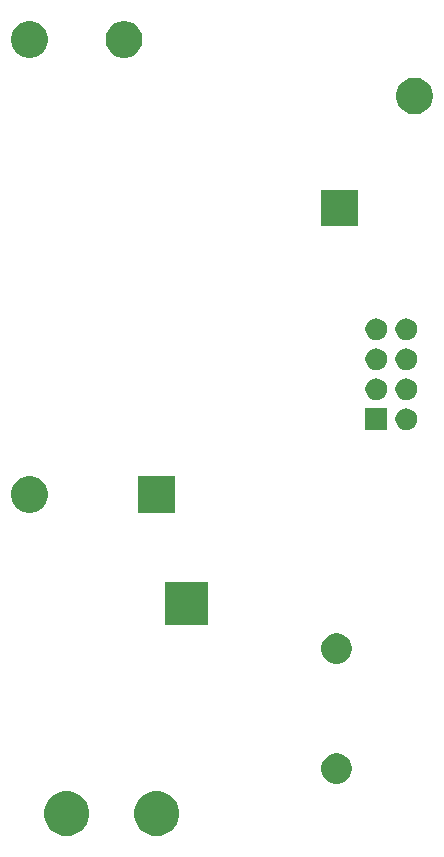
<source format=gts>
G04 #@! TF.GenerationSoftware,KiCad,Pcbnew,(5.1.5)-3*
G04 #@! TF.CreationDate,2020-05-07T10:05:27-07:00*
G04 #@! TF.ProjectId,Plug_Pass_AC_shield,506c7567-5f50-4617-9373-5f41435f7368,rev?*
G04 #@! TF.SameCoordinates,Original*
G04 #@! TF.FileFunction,Soldermask,Top*
G04 #@! TF.FilePolarity,Negative*
%FSLAX46Y46*%
G04 Gerber Fmt 4.6, Leading zero omitted, Abs format (unit mm)*
G04 Created by KiCad (PCBNEW (5.1.5)-3) date 2020-05-07 10:05:27*
%MOMM*%
%LPD*%
G04 APERTURE LIST*
%ADD10C,0.100000*%
G04 APERTURE END LIST*
D10*
G36*
X193114862Y-126540869D02*
G01*
X193359685Y-126589567D01*
X193705607Y-126732853D01*
X194016930Y-126940872D01*
X194281688Y-127205630D01*
X194489707Y-127516953D01*
X194632993Y-127862875D01*
X194706040Y-128230109D01*
X194706040Y-128604531D01*
X194632993Y-128971765D01*
X194489707Y-129317687D01*
X194281688Y-129629010D01*
X194016930Y-129893768D01*
X193705607Y-130101787D01*
X193359685Y-130245073D01*
X193114862Y-130293771D01*
X192992452Y-130318120D01*
X192618028Y-130318120D01*
X192495618Y-130293771D01*
X192250795Y-130245073D01*
X191904873Y-130101787D01*
X191593550Y-129893768D01*
X191328792Y-129629010D01*
X191120773Y-129317687D01*
X190977487Y-128971765D01*
X190904440Y-128604531D01*
X190904440Y-128230109D01*
X190977487Y-127862875D01*
X191120773Y-127516953D01*
X191328792Y-127205630D01*
X191593550Y-126940872D01*
X191904873Y-126732853D01*
X192250795Y-126589567D01*
X192495618Y-126540869D01*
X192618028Y-126516520D01*
X192992452Y-126516520D01*
X193114862Y-126540869D01*
G37*
G36*
X185494862Y-126540869D02*
G01*
X185739685Y-126589567D01*
X186085607Y-126732853D01*
X186396930Y-126940872D01*
X186661688Y-127205630D01*
X186869707Y-127516953D01*
X187012993Y-127862875D01*
X187086040Y-128230109D01*
X187086040Y-128604531D01*
X187012993Y-128971765D01*
X186869707Y-129317687D01*
X186661688Y-129629010D01*
X186396930Y-129893768D01*
X186085607Y-130101787D01*
X185739685Y-130245073D01*
X185494862Y-130293771D01*
X185372452Y-130318120D01*
X184998028Y-130318120D01*
X184875618Y-130293771D01*
X184630795Y-130245073D01*
X184284873Y-130101787D01*
X183973550Y-129893768D01*
X183708792Y-129629010D01*
X183500773Y-129317687D01*
X183357487Y-128971765D01*
X183284440Y-128604531D01*
X183284440Y-128230109D01*
X183357487Y-127862875D01*
X183500773Y-127516953D01*
X183708792Y-127205630D01*
X183973550Y-126940872D01*
X184284873Y-126732853D01*
X184630795Y-126589567D01*
X184875618Y-126540869D01*
X184998028Y-126516520D01*
X185372452Y-126516520D01*
X185494862Y-126540869D01*
G37*
G36*
X208424669Y-123356509D02*
G01*
X208661400Y-123454566D01*
X208874452Y-123596923D01*
X209055637Y-123778108D01*
X209197994Y-123991160D01*
X209296051Y-124227891D01*
X209346040Y-124479202D01*
X209346040Y-124735438D01*
X209296051Y-124986749D01*
X209197994Y-125223480D01*
X209055637Y-125436532D01*
X208874452Y-125617717D01*
X208661400Y-125760074D01*
X208424669Y-125858131D01*
X208173358Y-125908120D01*
X207917122Y-125908120D01*
X207665811Y-125858131D01*
X207429080Y-125760074D01*
X207216028Y-125617717D01*
X207034843Y-125436532D01*
X206892486Y-125223480D01*
X206794429Y-124986749D01*
X206744440Y-124735438D01*
X206744440Y-124479202D01*
X206794429Y-124227891D01*
X206892486Y-123991160D01*
X207034843Y-123778108D01*
X207216028Y-123596923D01*
X207429080Y-123454566D01*
X207665811Y-123356509D01*
X207917122Y-123306520D01*
X208173358Y-123306520D01*
X208424669Y-123356509D01*
G37*
G36*
X208424669Y-113196509D02*
G01*
X208661400Y-113294566D01*
X208874452Y-113436923D01*
X209055637Y-113618108D01*
X209197994Y-113831160D01*
X209296051Y-114067891D01*
X209346040Y-114319202D01*
X209346040Y-114575438D01*
X209296051Y-114826749D01*
X209197994Y-115063480D01*
X209055637Y-115276532D01*
X208874452Y-115457717D01*
X208661400Y-115600074D01*
X208424669Y-115698131D01*
X208173358Y-115748120D01*
X207917122Y-115748120D01*
X207665811Y-115698131D01*
X207429080Y-115600074D01*
X207216028Y-115457717D01*
X207034843Y-115276532D01*
X206892486Y-115063480D01*
X206794429Y-114826749D01*
X206744440Y-114575438D01*
X206744440Y-114319202D01*
X206794429Y-114067891D01*
X206892486Y-113831160D01*
X207034843Y-113618108D01*
X207216028Y-113436923D01*
X207429080Y-113294566D01*
X207665811Y-113196509D01*
X207917122Y-113146520D01*
X208173358Y-113146520D01*
X208424669Y-113196509D01*
G37*
G36*
X197146040Y-112438120D02*
G01*
X193544440Y-112438120D01*
X193544440Y-108836520D01*
X197146040Y-108836520D01*
X197146040Y-112438120D01*
G37*
G36*
X194336800Y-102937440D02*
G01*
X191235200Y-102937440D01*
X191235200Y-99835840D01*
X194336800Y-99835840D01*
X194336800Y-102937440D01*
G37*
G36*
X182488352Y-99895436D02*
G01*
X182488355Y-99895437D01*
X182488354Y-99895437D01*
X182770580Y-100012339D01*
X183024578Y-100182055D01*
X183240585Y-100398062D01*
X183410301Y-100652060D01*
X183410301Y-100652061D01*
X183527204Y-100934288D01*
X183586800Y-101233899D01*
X183586800Y-101539381D01*
X183527204Y-101838992D01*
X183527203Y-101838994D01*
X183410301Y-102121220D01*
X183240585Y-102375218D01*
X183024578Y-102591225D01*
X182770580Y-102760941D01*
X182571014Y-102843604D01*
X182488352Y-102877844D01*
X182188741Y-102937440D01*
X181883259Y-102937440D01*
X181583648Y-102877844D01*
X181500986Y-102843604D01*
X181301420Y-102760941D01*
X181047422Y-102591225D01*
X180831415Y-102375218D01*
X180661699Y-102121220D01*
X180544797Y-101838994D01*
X180544796Y-101838992D01*
X180485200Y-101539381D01*
X180485200Y-101233899D01*
X180544796Y-100934288D01*
X180661699Y-100652061D01*
X180661699Y-100652060D01*
X180831415Y-100398062D01*
X181047422Y-100182055D01*
X181301420Y-100012339D01*
X181583646Y-99895437D01*
X181583645Y-99895437D01*
X181583648Y-99895436D01*
X181883259Y-99835840D01*
X182188741Y-99835840D01*
X182488352Y-99895436D01*
G37*
G36*
X212308440Y-95938340D02*
G01*
X210479640Y-95938340D01*
X210479640Y-94109540D01*
X212308440Y-94109540D01*
X212308440Y-95938340D01*
G37*
G36*
X214112431Y-94127110D02*
G01*
X214200763Y-94144680D01*
X214367171Y-94213609D01*
X214516936Y-94313679D01*
X214644301Y-94441044D01*
X214744371Y-94590809D01*
X214813300Y-94757217D01*
X214848440Y-94933881D01*
X214848440Y-95113999D01*
X214813300Y-95290663D01*
X214744371Y-95457071D01*
X214644301Y-95606836D01*
X214516936Y-95734201D01*
X214367171Y-95834271D01*
X214200763Y-95903200D01*
X214112431Y-95920770D01*
X214024101Y-95938340D01*
X213843979Y-95938340D01*
X213755649Y-95920770D01*
X213667317Y-95903200D01*
X213500909Y-95834271D01*
X213351144Y-95734201D01*
X213223779Y-95606836D01*
X213123709Y-95457071D01*
X213054780Y-95290663D01*
X213019640Y-95113999D01*
X213019640Y-94933881D01*
X213054780Y-94757217D01*
X213123709Y-94590809D01*
X213223779Y-94441044D01*
X213351144Y-94313679D01*
X213500909Y-94213609D01*
X213667317Y-94144680D01*
X213755649Y-94127110D01*
X213843979Y-94109540D01*
X214024101Y-94109540D01*
X214112431Y-94127110D01*
G37*
G36*
X214112431Y-91587110D02*
G01*
X214200763Y-91604680D01*
X214367171Y-91673609D01*
X214516936Y-91773679D01*
X214644301Y-91901044D01*
X214744371Y-92050809D01*
X214813300Y-92217217D01*
X214848440Y-92393881D01*
X214848440Y-92573999D01*
X214813300Y-92750663D01*
X214744371Y-92917071D01*
X214644301Y-93066836D01*
X214516936Y-93194201D01*
X214367171Y-93294271D01*
X214200763Y-93363200D01*
X214112431Y-93380770D01*
X214024101Y-93398340D01*
X213843979Y-93398340D01*
X213755649Y-93380770D01*
X213667317Y-93363200D01*
X213500909Y-93294271D01*
X213351144Y-93194201D01*
X213223779Y-93066836D01*
X213123709Y-92917071D01*
X213054780Y-92750663D01*
X213019640Y-92573999D01*
X213019640Y-92393881D01*
X213054780Y-92217217D01*
X213123709Y-92050809D01*
X213223779Y-91901044D01*
X213351144Y-91773679D01*
X213500909Y-91673609D01*
X213667317Y-91604680D01*
X213755649Y-91587110D01*
X213843979Y-91569540D01*
X214024101Y-91569540D01*
X214112431Y-91587110D01*
G37*
G36*
X211572431Y-91587110D02*
G01*
X211660763Y-91604680D01*
X211827171Y-91673609D01*
X211976936Y-91773679D01*
X212104301Y-91901044D01*
X212204371Y-92050809D01*
X212273300Y-92217217D01*
X212308440Y-92393881D01*
X212308440Y-92573999D01*
X212273300Y-92750663D01*
X212204371Y-92917071D01*
X212104301Y-93066836D01*
X211976936Y-93194201D01*
X211827171Y-93294271D01*
X211660763Y-93363200D01*
X211572431Y-93380770D01*
X211484101Y-93398340D01*
X211303979Y-93398340D01*
X211215649Y-93380770D01*
X211127317Y-93363200D01*
X210960909Y-93294271D01*
X210811144Y-93194201D01*
X210683779Y-93066836D01*
X210583709Y-92917071D01*
X210514780Y-92750663D01*
X210479640Y-92573999D01*
X210479640Y-92393881D01*
X210514780Y-92217217D01*
X210583709Y-92050809D01*
X210683779Y-91901044D01*
X210811144Y-91773679D01*
X210960909Y-91673609D01*
X211127317Y-91604680D01*
X211215649Y-91587110D01*
X211303979Y-91569540D01*
X211484101Y-91569540D01*
X211572431Y-91587110D01*
G37*
G36*
X211572431Y-89047110D02*
G01*
X211660763Y-89064680D01*
X211827171Y-89133609D01*
X211976936Y-89233679D01*
X212104301Y-89361044D01*
X212204371Y-89510809D01*
X212273300Y-89677217D01*
X212308440Y-89853881D01*
X212308440Y-90033999D01*
X212273300Y-90210663D01*
X212204371Y-90377071D01*
X212104301Y-90526836D01*
X211976936Y-90654201D01*
X211827171Y-90754271D01*
X211660763Y-90823200D01*
X211572431Y-90840770D01*
X211484101Y-90858340D01*
X211303979Y-90858340D01*
X211215649Y-90840770D01*
X211127317Y-90823200D01*
X210960909Y-90754271D01*
X210811144Y-90654201D01*
X210683779Y-90526836D01*
X210583709Y-90377071D01*
X210514780Y-90210663D01*
X210479640Y-90033999D01*
X210479640Y-89853881D01*
X210514780Y-89677217D01*
X210583709Y-89510809D01*
X210683779Y-89361044D01*
X210811144Y-89233679D01*
X210960909Y-89133609D01*
X211127317Y-89064680D01*
X211215649Y-89047110D01*
X211303979Y-89029540D01*
X211484101Y-89029540D01*
X211572431Y-89047110D01*
G37*
G36*
X214112431Y-89047110D02*
G01*
X214200763Y-89064680D01*
X214367171Y-89133609D01*
X214516936Y-89233679D01*
X214644301Y-89361044D01*
X214744371Y-89510809D01*
X214813300Y-89677217D01*
X214848440Y-89853881D01*
X214848440Y-90033999D01*
X214813300Y-90210663D01*
X214744371Y-90377071D01*
X214644301Y-90526836D01*
X214516936Y-90654201D01*
X214367171Y-90754271D01*
X214200763Y-90823200D01*
X214112431Y-90840770D01*
X214024101Y-90858340D01*
X213843979Y-90858340D01*
X213755649Y-90840770D01*
X213667317Y-90823200D01*
X213500909Y-90754271D01*
X213351144Y-90654201D01*
X213223779Y-90526836D01*
X213123709Y-90377071D01*
X213054780Y-90210663D01*
X213019640Y-90033999D01*
X213019640Y-89853881D01*
X213054780Y-89677217D01*
X213123709Y-89510809D01*
X213223779Y-89361044D01*
X213351144Y-89233679D01*
X213500909Y-89133609D01*
X213667317Y-89064680D01*
X213755649Y-89047110D01*
X213843979Y-89029540D01*
X214024101Y-89029540D01*
X214112431Y-89047110D01*
G37*
G36*
X211572431Y-86507110D02*
G01*
X211660763Y-86524680D01*
X211827171Y-86593609D01*
X211976936Y-86693679D01*
X212104301Y-86821044D01*
X212204371Y-86970809D01*
X212273300Y-87137217D01*
X212308440Y-87313881D01*
X212308440Y-87493999D01*
X212273300Y-87670663D01*
X212204371Y-87837071D01*
X212104301Y-87986836D01*
X211976936Y-88114201D01*
X211827171Y-88214271D01*
X211660763Y-88283200D01*
X211572431Y-88300770D01*
X211484101Y-88318340D01*
X211303979Y-88318340D01*
X211215649Y-88300770D01*
X211127317Y-88283200D01*
X210960909Y-88214271D01*
X210811144Y-88114201D01*
X210683779Y-87986836D01*
X210583709Y-87837071D01*
X210514780Y-87670663D01*
X210479640Y-87493999D01*
X210479640Y-87313881D01*
X210514780Y-87137217D01*
X210583709Y-86970809D01*
X210683779Y-86821044D01*
X210811144Y-86693679D01*
X210960909Y-86593609D01*
X211127317Y-86524680D01*
X211215649Y-86507110D01*
X211303979Y-86489540D01*
X211484101Y-86489540D01*
X211572431Y-86507110D01*
G37*
G36*
X214112431Y-86507110D02*
G01*
X214200763Y-86524680D01*
X214367171Y-86593609D01*
X214516936Y-86693679D01*
X214644301Y-86821044D01*
X214744371Y-86970809D01*
X214813300Y-87137217D01*
X214848440Y-87313881D01*
X214848440Y-87493999D01*
X214813300Y-87670663D01*
X214744371Y-87837071D01*
X214644301Y-87986836D01*
X214516936Y-88114201D01*
X214367171Y-88214271D01*
X214200763Y-88283200D01*
X214112431Y-88300770D01*
X214024101Y-88318340D01*
X213843979Y-88318340D01*
X213755649Y-88300770D01*
X213667317Y-88283200D01*
X213500909Y-88214271D01*
X213351144Y-88114201D01*
X213223779Y-87986836D01*
X213123709Y-87837071D01*
X213054780Y-87670663D01*
X213019640Y-87493999D01*
X213019640Y-87313881D01*
X213054780Y-87137217D01*
X213123709Y-86970809D01*
X213223779Y-86821044D01*
X213351144Y-86693679D01*
X213500909Y-86593609D01*
X213667317Y-86524680D01*
X213755649Y-86507110D01*
X213843979Y-86489540D01*
X214024101Y-86489540D01*
X214112431Y-86507110D01*
G37*
G36*
X209846040Y-78708380D02*
G01*
X206744440Y-78708380D01*
X206744440Y-75606780D01*
X209846040Y-75606780D01*
X209846040Y-78708380D01*
G37*
G36*
X215097592Y-66166376D02*
G01*
X215097595Y-66166377D01*
X215097594Y-66166377D01*
X215379820Y-66283279D01*
X215633818Y-66452995D01*
X215849825Y-66669002D01*
X216019541Y-66923000D01*
X216019541Y-66923001D01*
X216136444Y-67205228D01*
X216196040Y-67504839D01*
X216196040Y-67810321D01*
X216136444Y-68109932D01*
X216136443Y-68109934D01*
X216019541Y-68392160D01*
X215849825Y-68646158D01*
X215633818Y-68862165D01*
X215379820Y-69031881D01*
X215180254Y-69114544D01*
X215097592Y-69148784D01*
X214797981Y-69208380D01*
X214492499Y-69208380D01*
X214192888Y-69148784D01*
X214110226Y-69114544D01*
X213910660Y-69031881D01*
X213656662Y-68862165D01*
X213440655Y-68646158D01*
X213270939Y-68392160D01*
X213154037Y-68109934D01*
X213154036Y-68109932D01*
X213094440Y-67810321D01*
X213094440Y-67504839D01*
X213154036Y-67205228D01*
X213270939Y-66923001D01*
X213270939Y-66923000D01*
X213440655Y-66669002D01*
X213656662Y-66452995D01*
X213910660Y-66283279D01*
X214192886Y-66166377D01*
X214192885Y-66166377D01*
X214192888Y-66166376D01*
X214492499Y-66106780D01*
X214797981Y-66106780D01*
X215097592Y-66166376D01*
G37*
G36*
X190488352Y-61395436D02*
G01*
X190488355Y-61395437D01*
X190488354Y-61395437D01*
X190770580Y-61512339D01*
X191024578Y-61682055D01*
X191240585Y-61898062D01*
X191410301Y-62152060D01*
X191410301Y-62152061D01*
X191527204Y-62434288D01*
X191586800Y-62733899D01*
X191586800Y-63039381D01*
X191527204Y-63338992D01*
X191527203Y-63338994D01*
X191410301Y-63621220D01*
X191240585Y-63875218D01*
X191024578Y-64091225D01*
X190770580Y-64260941D01*
X190571014Y-64343604D01*
X190488352Y-64377844D01*
X190188741Y-64437440D01*
X189883259Y-64437440D01*
X189583648Y-64377844D01*
X189500986Y-64343604D01*
X189301420Y-64260941D01*
X189047422Y-64091225D01*
X188831415Y-63875218D01*
X188661699Y-63621220D01*
X188544797Y-63338994D01*
X188544796Y-63338992D01*
X188485200Y-63039381D01*
X188485200Y-62733899D01*
X188544796Y-62434288D01*
X188661699Y-62152061D01*
X188661699Y-62152060D01*
X188831415Y-61898062D01*
X189047422Y-61682055D01*
X189301420Y-61512339D01*
X189583646Y-61395437D01*
X189583645Y-61395437D01*
X189583648Y-61395436D01*
X189883259Y-61335840D01*
X190188741Y-61335840D01*
X190488352Y-61395436D01*
G37*
G36*
X182488352Y-61395436D02*
G01*
X182488355Y-61395437D01*
X182488354Y-61395437D01*
X182770580Y-61512339D01*
X183024578Y-61682055D01*
X183240585Y-61898062D01*
X183410301Y-62152060D01*
X183410301Y-62152061D01*
X183527204Y-62434288D01*
X183586800Y-62733899D01*
X183586800Y-63039381D01*
X183527204Y-63338992D01*
X183527203Y-63338994D01*
X183410301Y-63621220D01*
X183240585Y-63875218D01*
X183024578Y-64091225D01*
X182770580Y-64260941D01*
X182571014Y-64343604D01*
X182488352Y-64377844D01*
X182188741Y-64437440D01*
X181883259Y-64437440D01*
X181583648Y-64377844D01*
X181500986Y-64343604D01*
X181301420Y-64260941D01*
X181047422Y-64091225D01*
X180831415Y-63875218D01*
X180661699Y-63621220D01*
X180544797Y-63338994D01*
X180544796Y-63338992D01*
X180485200Y-63039381D01*
X180485200Y-62733899D01*
X180544796Y-62434288D01*
X180661699Y-62152061D01*
X180661699Y-62152060D01*
X180831415Y-61898062D01*
X181047422Y-61682055D01*
X181301420Y-61512339D01*
X181583646Y-61395437D01*
X181583645Y-61395437D01*
X181583648Y-61395436D01*
X181883259Y-61335840D01*
X182188741Y-61335840D01*
X182488352Y-61395436D01*
G37*
M02*

</source>
